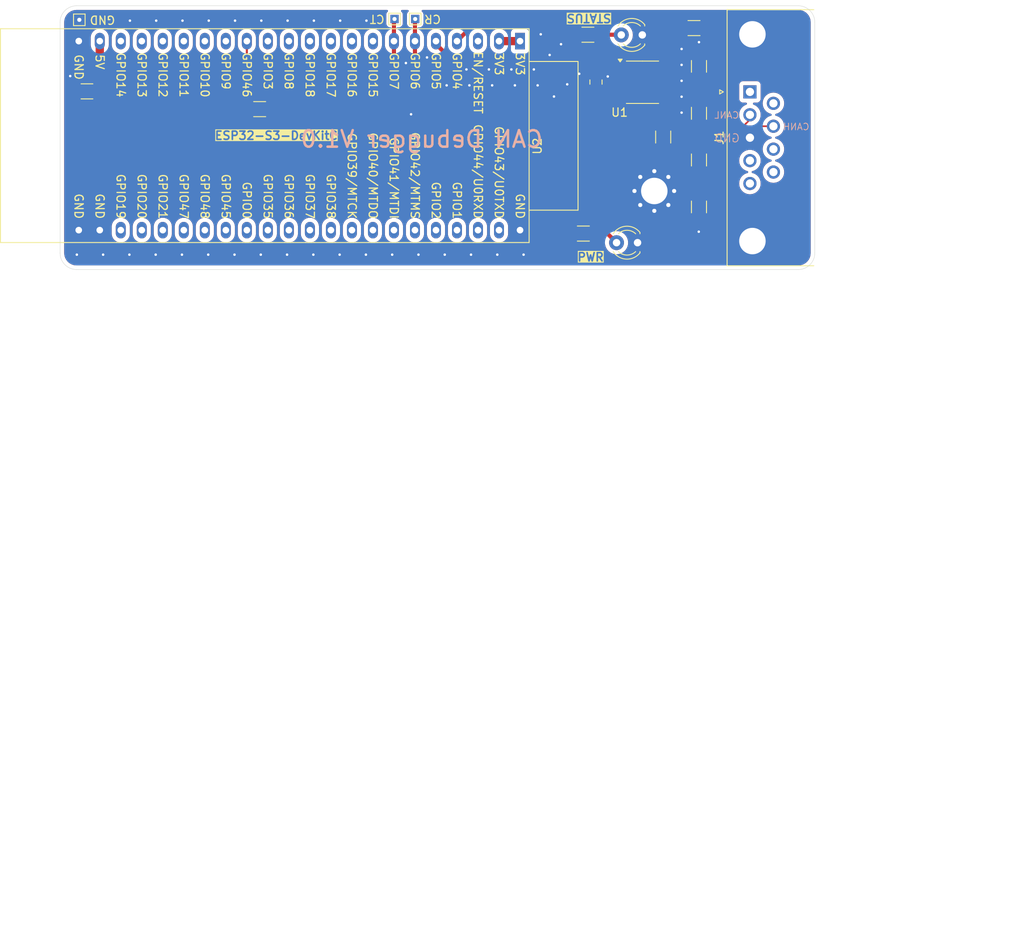
<source format=kicad_pcb>
(kicad_pcb (version 20241229) (generator "pcbnew") (generator_version "9.0")
  (title_block (title "CAN-DAQ PCB") (date "2024-12-23") (rev "1.0") (company "Vellore Institute of Technology"))
  (layers (0 "F.Cu" signal) (2 "B.Cu" signal) (13 "F.Paste" user) (15 "B.Paste" user) (5 "F.SilkS" user "F.Silkscreen") (7 "B.SilkS" user "B.Silkscreen") (1 "F.Mask" user) (3 "B.Mask" user) (25 "Edge.Cuts" user))
  (net 0 "")
  (net 1 "GND")
  (net 2 "+5V")
  (net 3 "Net-(C2-Pad1)")
  (net 4 "Net-(C3-Pad1)")
  (net 5 "/PWR_LED")
  (net 6 "/STATUS_LED")
  (net 9 "CAN+")
  (net 14 "CAN-")
  (net 15 "STATUS")
  (net 16 "Net-(U2-GPIO46)")
  (net 17 "STBY")
  (net 18 "CAN-RX")
  (net 20 "CAN-TX")
  (net 25 "unconnected-(U2-GPIO15{slash}ADC2_CH4{slash}32K_P-Pad8)")
  (net 31 "+3.3V")
  (footprint "Resistor_SMD:R_1206_3216Metric_Pad1.30x1.75mm_HandSolder" (layer "F.Cu") (at 110.915 49.87 90)
    (property "Reference" "R5" (hide yes))
    (property "Value" "120R")
    (fp_line (start -0.727064 -0.91) (end 0.727064 -0.91) (stroke (width 0.12)) (layer "F.SilkS"))
    (fp_line (start -0.727064 0.91) (end 0.727064 0.91) (stroke (width 0.12)) (layer "F.SilkS"))
    (pad "1" smd roundrect (at -1.55 0 90) (size 1.3 1.75) (layers "F.Cu" "F.Mask" "F.Paste") (roundrect_rratio 0.192308) (net 9 "CAN+"))
    (pad "2" smd roundrect (at 1.55 0 90) (size 1.3 1.75) (layers "F.Cu" "F.Mask" "F.Paste") (roundrect_rratio 0.192308) (net 14 "CAN-"))
  )
  (footprint "LED_THT:LED_D3.0mm" (layer "F.Cu") (at 108.39 37.52 180)
    (property "Reference" "D2" (hide yes))
    (property "Value" "STATUS" (at 6.45 2.025 180) (layer "F.SilkS" knockout) (effects (font (thickness 0.2) (bold yes))))
    (fp_line (start -0.29 1.08) (end -0.29 1.236) (stroke (width 0.12)) (layer "F.SilkS"))
    (fp_line (start -0.29 -1.236) (end -0.29 -1.08) (stroke (width 0.12)) (layer "F.SilkS"))
    (fp_arc (start 2.942335 1.078608) (mid 1.366487 1.987659) (end -0.29 1.235516) (stroke (width 0.12)) (layer "F.SilkS"))
    (fp_arc (start 2.31113 1.079837) (mid 1.270117 1.5) (end 0.229039 1.08) (stroke (width 0.12)) (layer "F.SilkS"))
    (fp_arc (start 0.229039 -1.08) (mid 1.270117 -1.5) (end 2.31113 -1.079837) (stroke (width 0.12)) (layer "F.SilkS"))
    (fp_arc (start -0.29 -1.235516) (mid 1.366487 -1.987659) (end 2.942335 -1.078608) (stroke (width 0.12)) (layer "F.SilkS"))
    (pad "1" thru_hole rect (at 0 0 180) (size 1.8 1.8) (drill 0.9) (layers "*.Cu" "*.Mask") (net 1 "GND"))
    (pad "2" thru_hole circle (at 2.54 0 180) (size 1.8 1.8) (drill 0.9) (layers "*.Cu" "*.Mask") (net 6 "/STATUS_LED"))
  )
  (footprint "Resistor_SMD:R_1206_3216Metric_Pad1.30x1.75mm_HandSolder" (layer "F.Cu") (at 101.815 37.495)
    (property "Reference" "R2" (hide yes))
    (property "Value" "220R")
    (fp_line (start -0.727064 -0.91) (end 0.727064 -0.91) (stroke (width 0.12)) (layer "F.SilkS"))
    (fp_line (start -0.727064 0.91) (end 0.727064 0.91) (stroke (width 0.12)) (layer "F.SilkS"))
    (pad "1" smd roundrect (at -1.55 0) (size 1.3 1.75) (layers "F.Cu" "F.Mask" "F.Paste") (roundrect_rratio 0.192308) (net 15 "STATUS"))
    (pad "2" smd roundrect (at 1.55 0) (size 1.3 1.75) (layers "F.Cu" "F.Mask" "F.Paste") (roundrect_rratio 0.192308) (net 6 "/STATUS_LED"))
  )
  (footprint "Resistor_SMD:R_1206_3216Metric_Pad1.30x1.75mm_HandSolder" (layer "F.Cu") (at 101.265 61.545)
    (property "Reference" "R1" (hide yes))
    (property "Value" "470R")
    (fp_line (start -0.727064 -0.91) (end 0.727064 -0.91) (stroke (width 0.12)) (layer "F.SilkS"))
    (fp_line (start -0.727064 0.91) (end 0.727064 0.91) (stroke (width 0.12)) (layer "F.SilkS"))
    (pad "1" smd roundrect (at -1.55 0) (size 1.3 1.75) (layers "F.Cu" "F.Mask" "F.Paste") (roundrect_rratio 0.192308) (net 2 "+5V"))
    (pad "2" smd roundrect (at 1.55 0) (size 1.3 1.75) (layers "F.Cu" "F.Mask" "F.Paste") (roundrect_rratio 0.192308) (net 5 "/PWR_LED"))
  )
  (footprint "Capacitor_SMD:C_1206_3216Metric_Pad1.33x1.80mm_HandSolder" (layer "F.Cu") (at 115.24 41.321668 90)
    (property "Reference" "C2" (hide yes))
    (property "Value" "50pF")
    (fp_line (start -0.711252 -0.91) (end 0.711252 -0.91) (stroke (width 0.12)) (layer "F.SilkS"))
    (fp_line (start -0.711252 0.91) (end 0.711252 0.91) (stroke (width 0.12)) (layer "F.SilkS"))
    (pad "1" smd roundrect (at -1.5625 0 90) (size 1.325 1.8) (layers "F.Cu" "F.Mask" "F.Paste") (roundrect_rratio 0.188679) (net 3 "Net-(C2-Pad1)"))
    (pad "2" smd roundrect (at 1.5625 0 90) (size 1.325 1.8) (layers "F.Cu" "F.Mask" "F.Paste") (roundrect_rratio 0.188679) (net 1 "GND"))
  )
  (footprint "TestPoint:TestPoint_THTPad_1.0x1.0mm_Drill0.5mm" (layer "F.Cu") (at 40.34 35.695)
    (property "Reference" "TP3" (hide yes))
    (property "Value" "GND" (at 2.8 0 180) (layer "F.SilkS"))
    (fp_line (start -0.7 -0.7) (end 0.7 -0.7) (stroke (width 0.12)) (layer "F.SilkS"))
    (fp_line (start -0.7 0.7) (end -0.7 -0.7) (stroke (width 0.12)) (layer "F.SilkS"))
    (fp_line (start 0.7 -0.7) (end 0.7 0.7) (stroke (width 0.12)) (layer "F.SilkS"))
    (fp_line (start 0.7 0.7) (end -0.7 0.7) (stroke (width 0.12)) (layer "F.SilkS"))
    (pad "1" thru_hole rect (at 0 0) (size 1 1) (drill 0.5) (layers "*.Cu" "*.Mask") (net 1 "GND"))
  )
  (footprint "Resistor_SMD:R_1206_3216Metric_Pad1.30x1.75mm_HandSolder" (layer "F.Cu") (at 115.24 52.645 -90)
    (property "Reference" "R4" (hide yes))
    (property "Value" "100R")
    (fp_line (start -0.727064 0.91) (end 0.727064 0.91) (stroke (width 0.12)) (layer "F.SilkS"))
    (fp_line (start -0.727064 -0.91) (end 0.727064 -0.91) (stroke (width 0.12)) (layer "F.SilkS"))
    (pad "1" smd roundrect (at -1.55 0 270) (size 1.3 1.75) (layers "F.Cu" "F.Mask" "F.Paste") (roundrect_rratio 0.192308) (net 9 "CAN+"))
    (pad "2" smd roundrect (at 1.55 0 270) (size 1.3 1.75) (layers "F.Cu" "F.Mask" "F.Paste") (roundrect_rratio 0.192308) (net 4 "Net-(C3-Pad1)"))
  )
  (footprint "Connector_Dsub:DSUB-9_Female_Horizontal_P2.77x2.84mm_EdgePinOffset4.94mm_Housed_MountingHolesOffset7.48mm" (layer "F.Cu") (at 121.4 44.41 90)
    (property "Reference" "J1" (at -5.54 -3.7 90) (layer "F.SilkS"))
    (property "Value" "CAN")
    (fp_line (start 0.25 -3.654338) (end 0 -3.221325) (stroke (width 0.12)) (layer "F.SilkS"))
    (fp_line (start -0.25 -3.654338) (end 0.25 -3.654338) (stroke (width 0.12)) (layer "F.SilkS"))
    (fp_line (start 0 -3.221325) (end -0.25 -3.654338) (stroke (width 0.12)) (layer "F.SilkS"))
    (fp_line (start 9.945 -2.76) (end 9.945 7.72) (stroke (width 0.12)) (layer "F.SilkS"))
    (fp_line (start -21.025 -2.76) (end 9.945 -2.76) (stroke (width 0.12)) (layer "F.SilkS"))
    (fp_line (start -21.025 7.72) (end -21.025 -2.76) (stroke (width 0.12)) (layer "F.SilkS"))
    (pad "0" thru_hole circle (at -18.04 0.3 90) (size 4 4) (drill 3.2) (layers "*.Cu" "*.Mask") (net 1 "GND"))
    (pad "0" thru_hole circle (at 6.96 0.3 90) (size 4 4) (drill 3.2) (layers "*.Cu" "*.Mask") (net 1 "GND"))
    (pad "1" thru_hole rect (at 0 0 90) (size 1.6 1.6) (drill 1) (layers "*.Cu" "*.Mask"))
    (pad "2" thru_hole circle (at -2.77 0 90) (size 1.6 1.6) (drill 1) (layers "*.Cu" "*.Mask") (net 14 "CAN-"))
    (pad "3" thru_hole circle (at -5.54 0 90) (size 1.6 1.6) (drill 1) (layers "*.Cu" "*.Mask") (net 1 "GND"))
    (pad "4" thru_hole circle (at -8.31 0 90) (size 1.6 1.6) (drill 1) (layers "*.Cu" "*.Mask"))
    (pad "5" thru_hole circle (at -11.08 0 90) (size 1.6 1.6) (drill 1) (layers "*.Cu" "*.Mask"))
    (pad "6" thru_hole circle (at -1.385 2.84 90) (size 1.6 1.6) (drill 1) (layers "*.Cu" "*.Mask"))
    (pad "7" thru_hole circle (at -4.155 2.84 90) (size 1.6 1.6) (drill 1) (layers "*.Cu" "*.Mask") (net 9 "CAN+"))
    (pad "8" thru_hole circle (at -6.925 2.84 90) (size 1.6 1.6) (drill 1) (layers "*.Cu" "*.Mask"))
    (pad "9" thru_hole circle (at -9.695 2.84 90) (size 1.6 1.6) (drill 1) (layers "*.Cu" "*.Mask"))
  )
  (footprint "TestPoint:TestPoint_THTPad_1.0x1.0mm_Drill0.5mm" (layer "F.Cu") (at 80.94 35.595)
    (property "Reference" "TP1" (hide yes))
    (property "Value" "CR" (at 2.1 0 180) (layer "F.SilkS"))
    (fp_line (start -0.7 -0.7) (end 0.7 -0.7) (stroke (width 0.12)) (layer "F.SilkS"))
    (fp_line (start -0.7 0.7) (end -0.7 -0.7) (stroke (width 0.12)) (layer "F.SilkS"))
    (fp_line (start 0.7 -0.7) (end 0.7 0.7) (stroke (width 0.12)) (layer "F.SilkS"))
    (fp_line (start 0.7 0.7) (end -0.7 0.7) (stroke (width 0.12)) (layer "F.SilkS"))
    (pad "1" thru_hole rect (at 0 0) (size 1 1) (drill 0.5) (layers "*.Cu" "*.Mask") (net 18 "CAN-RX"))
  )
  (footprint "LED_THT:LED_D3.0mm" (layer "F.Cu") (at 107.815 62.645 180)
    (property "Reference" "D1" (hide yes))
    (property "Value" "PWR" (at 5.675 -1.75 0) (layer "F.SilkS" knockout) (effects (font (thickness 0.2) (bold yes))))
    (fp_line (start -0.29 1.08) (end -0.29 1.236) (stroke (width 0.12)) (layer "F.SilkS"))
    (fp_line (start -0.29 -1.236) (end -0.29 -1.08) (stroke (width 0.12)) (layer "F.SilkS"))
    (fp_arc (start 2.942335 1.078608) (mid 1.366487 1.987659) (end -0.29 1.235516) (stroke (width 0.12)) (layer "F.SilkS"))
    (fp_arc (start 2.31113 1.079837) (mid 1.270117 1.5) (end 0.229039 1.08) (stroke (width 0.12)) (layer "F.SilkS"))
    (fp_arc (start 0.229039 -1.08) (mid 1.270117 -1.5) (end 2.31113 -1.079837) (stroke (width 0.12)) (layer "F.SilkS"))
    (fp_arc (start -0.29 -1.235516) (mid 1.366487 -1.987659) (end 2.942335 -1.078608) (stroke (width 0.12)) (layer "F.SilkS"))
    (pad "1" thru_hole rect (at 0 0 180) (size 1.8 1.8) (drill 0.9) (layers "*.Cu" "*.Mask") (net 1 "GND"))
    (pad "2" thru_hole circle (at 2.54 0 180) (size 1.8 1.8) (drill 0.9) (layers "*.Cu" "*.Mask") (net 5 "/PWR_LED"))
  )
  (footprint "PCM_Espressif:ESP32-S3-DevKitC" (layer "F.Cu") (at 93.61 38.27 -90)
    (property "Reference" "U2" (at 12.7 -2.1 90) (layer "F.SilkS"))
    (property "Value" "ESP32-S3-DevKitC" (at 11.42632 29.46128 0) (layer "F.SilkS" knockout) (effects (font (thickness 0.2) (bold yes))))
    (fp_line (start -1.5 62.79728) (end 24.359999 62.79728) (stroke (width 0.12)) (layer "F.SilkS"))
    (fp_line (start 24.359999 62.79728) (end 24.36 -1.1) (stroke (width 0.12)) (layer "F.SilkS"))
    (fp_line (start -1.499999 -1.1) (end -1.5 62.79728) (stroke (width 0.12)) (layer "F.SilkS"))
    (fp_line (start 24.36 -1.1) (end -1.499999 -1.1) (stroke (width 0.12)) (layer "F.SilkS"))
    (fp_line (start 2.46012 -1.12032) (end 2.46012 -7.01312) (stroke (width 0.12)) (layer "F.SilkS"))
    (fp_line (start 2.46012 -7.01312) (end 20.44332 -7.01312) (stroke (width 0.12)) (layer "F.SilkS"))
    (fp_line (start 20.44332 -7.01312) (end 20.44332 -1.12032) (stroke (width 0.12)) (layer "F.SilkS"))
    (fp_text user "GPIO48" (at 21.59 38.1 270) (layer "F.SilkS") (effects (justify right)))
    (fp_text user "GPIO16" (at 1.27 20.32 270) (layer "F.SilkS") (effects (justify left)))
    (fp_text user "GPIO0" (at 21.59 33.02 270) (layer "F.SilkS") (effects (justify right)))
    (fp_text user "3V3" (at 1.27 2.54 270) (layer "F.SilkS") (effects (justify left)))
    (fp_text user "GPIO9" (at 1.27 35.56 270) (layer "F.SilkS") (effects (justify left)))
    (fp_text user "GPIO6" (at 1.27 12.7 270) (layer "F.SilkS") (effects (justify left)))
    (fp_text user "GPIO13" (at 1.27 45.72 270) (layer "F.SilkS") (effects (justify left)))
    (fp_text user "GPIO8" (at 1.27 27.94 270) (layer "F.SilkS") (effects (justify left)))
    (fp_text user "GPIO15" (at 1.27 17.78 270) (layer "F.SilkS") (effects (justify left)))
    (fp_text user "GND" (at 21.59 0 270) (layer "F.SilkS") (effects (justify right)))
    (fp_text user "GPIO14" (at 1.27 48.26 270) (layer "F.SilkS") (effects (justify left)))
    (fp_text user "GPIO11" (at 1.27 40.64 270) (layer "F.SilkS") (effects (justify left)))
    (fp_text user "GPIO7" (at 1.27 15.24 270) (layer "F.SilkS") (effects (justify left)))
    (fp_text user "GPIO44/U0RXD" (at 21.59 5.08 270) (layer "F.SilkS") (effects (justify right)))
    (fp_text user "GPIO36" (at 21.59 27.94 270) (layer "F.SilkS") (effects (justify right)))
    (fp_text user "GND" (at 21.59 53.34 270) (layer "F.SilkS") (effects (justify right)))
    (fp_text user "GND" (at 21.59 50.8 270) (layer "F.SilkS") (effects (justify right)))
    (fp_text user "3V3" (at 1.27 0 270) (layer "F.SilkS") (effects (justify left)))
    (fp_text user "GPIO19" (at 21.59 48.26 270) (layer "F.SilkS") (effects (justify right)))
    (fp_text user "EN/RESET" (at 8.88632 5.07728 270) (layer "F.SilkS") (effects (justify right)))
    (fp_text user "GPIO45" (at 21.59 35.56 270) (layer "F.SilkS") (effects (justify right)))
    (fp_text user "GPIO4" (at 1.27 7.62 270) (layer "F.SilkS") (effects (justify left)))
    (fp_text user "GPIO42/MTMS" (at 21.59 12.7 270) (layer "F.SilkS") (effects (justify right)))
    (fp_text user "GPIO35" (at 21.59 30.48 270) (layer "F.SilkS") (effects (justify right)))
    (fp_text user "GPIO12" (at 1.27 43.18 270) (layer "F.SilkS") (effects (justify left)))
    (fp_text user "GPIO43/U0TXD" (at 21.59 2.54 270) (layer "F.SilkS") (effects (justify right)))
    (fp_text user "GPIO40/MTDO" (at 21.59 17.78 270) (layer "F.SilkS") (effects (justify right)))
    (fp_text user "GPIO17" (at 1.27 22.86 270) (layer "F.SilkS") (effects (justify left)))
    (fp_text user "GPIO37" (at 21.59 25.4 270) (layer "F.SilkS") (effects (justify right)))
    (fp_text user "GPIO47" (at 21.59 40.64 270) (layer "F.SilkS") (effects (justify right)))
    (fp_text user "GPIO2" (at 21.59 10.16 270) (layer "F.SilkS") (effects (justify right)))
    (fp_text user "GPIO38" (at 21.59 22.86 270) (layer "F.SilkS") (effects (justify right)))
    (fp_text user "GPIO18" (at 1.27 25.4 270) (layer "F.SilkS") (effects (justify left)))
    (fp_text user "GPIO5" (at 1.27 10.16 270) (layer "F.SilkS") (effects (justify left)))
    (fp_text user "GPIO1" (at 21.59 7.62 270) (layer "F.SilkS") (effects (justify right)))
    (fp_text user "GPIO39/MTCK" (at 21.59 20.32 270) (layer "F.SilkS") (effects (justify right)))
    (fp_text user "GPIO46" (at 1.27 33.02 270) (layer "F.SilkS") (effects (justify left)))
    (fp_text user "GPIO41/MTDI" (at 21.59 15.24 270) (layer "F.SilkS") (effects (justify right)))
    (fp_text user "GPIO21" (at 21.59 43.18 270) (layer "F.SilkS") (effects (justify right)))
    (fp_text user "5V" (at 1.52032 50.79728 270) (layer "F.SilkS") (effects (justify left)))
    (fp_text user "GPIO3" (at 1.27 30.48 270) (layer "F.SilkS") (effects (justify left)))
    (fp_text user "GND" (at 1.52032 53.33728 270) (layer "F.SilkS") (effects (justify left)))
    (fp_text user "GPIO10" (at 1.27 38.1 270) (layer "F.SilkS") (effects (justify left)))
    (fp_text user "GPIO20" (at 21.59 45.72 270) (layer "F.SilkS") (effects (justify right)))
    (pad "1" thru_hole rect (at 0 0 180) (size 1.2 2) (drill 0.8) (layers "*.Cu" "*.Mask") (net 31 "+3.3V"))
    (pad "2" thru_hole oval (at 0 2.54 180) (size 1.2 2) (drill 0.8) (layers "*.Cu" "*.Mask") (net 31 "+3.3V"))
    (pad "3" thru_hole oval (at 0 5.08 180) (size 1.2 2) (drill 0.8) (layers "*.Cu" "*.Mask"))
    (pad "4" thru_hole oval (at 0 7.62 180) (size 1.2 2) (drill 0.8) (layers "*.Cu" "*.Mask") (net 17 "STBY"))
    (pad "5" thru_hole oval (at 0 10.16 180) (size 1.2 2) (drill 0.8) (layers "*.Cu" "*.Mask") (net 15 "STATUS"))
    (pad "6" thru_hole oval (at 0 12.7 180) (size 1.2 2) (drill 0.8) (layers "*.Cu" "*.Mask") (net 18 "CAN-RX"))
    (pad "7" thru_hole oval (at 0 15.24 180) (size 1.2 2) (drill 0.8) (layers "*.Cu" "*.Mask") (net 20 "CAN-TX"))
    (pad "8" thru_hole oval (at 0 17.78 180) (size 1.2 2) (drill 0.8) (layers "*.Cu" "*.Mask") (net 25 "unconnected-(U2-GPIO15{slash}ADC2_CH4{slash}32K_P-Pad8)"))
    (pad "9" thru_hole oval (at 0 20.32 180) (size 1.2 2) (drill 0.8) (layers "*.Cu" "*.Mask"))
    (pad "10" thru_hole oval (at 0 22.86 180) (size 1.2 2) (drill 0.8) (layers "*.Cu" "*.Mask"))
    (pad "11" thru_hole oval (at 0 25.4 180) (size 1.2 2) (drill 0.8) (layers "*.Cu" "*.Mask"))
    (pad "12" thru_hole oval (at 0 27.94 180) (size 1.2 2) (drill 0.8) (layers "*.Cu" "*.Mask"))
    (pad "13" thru_hole oval (at 0 30.48 180) (size 1.2 2) (drill 0.8) (layers "*.Cu" "*.Mask"))
    (pad "14" thru_hole oval (at 0 33.02 180) (size 1.2 2) (drill 0.8) (layers "*.Cu" "*.Mask") (net 16 "Net-(U2-GPIO46)"))
    (pad "15" thru_hole oval (at 0 35.56 180) (size 1.2 2) (drill 0.8) (layers "*.Cu" "*.Mask"))
    (pad "16" thru_hole oval (at 0 38.1 180) (size 1.2 2) (drill 0.8) (layers "*.Cu" "*.Mask"))
    (pad "17" thru_hole oval (at 0 40.64 180) (size 1.2 2) (drill 0.8) (layers "*.Cu" "*.Mask"))
    (pad "18" thru_hole oval (at 0 43.18 180) (size 1.2 2) (drill 0.8) (layers "*.Cu" "*.Mask"))
    (pad "19" thru_hole oval (at 0 45.72 180) (size 1.2 2) (drill 0.8) (layers "*.Cu" "*.Mask"))
    (pad "20" thru_hole oval (at -0.00368 48.25728 180) (size 1.2 2) (drill 0.8) (layers "*.Cu" "*.Mask"))
    (pad "21" thru_hole oval (at -0.00368 50.79728 180) (size 1.2 2) (drill 0.8) (layers "*.Cu" "*.Mask") (net 2 "+5V"))
    (pad "22" thru_hole oval (at -0.00368 53.33728 180) (size 1.2 2) (drill 0.8) (layers "*.Cu" "*.Mask") (net 1 "GND"))
    (pad "23" thru_hole oval (at 22.86 53.34 180) (size 1.2 2) (drill 0.8) (layers "*.Cu" "*.Mask") (net 1 "GND"))
    (pad "24" thru_hole oval (at 22.86 50.8 180) (size 1.2 2) (drill 0.8) (layers "*.Cu" "*.Mask") (net 1 "GND"))
    (pad "25" thru_hole oval (at 22.86 48.26 180) (size 1.2 2) (drill 0.8) (layers "*.Cu" "*.Mask"))
    (pad "26" thru_hole oval (at 22.86 45.72 180) (size 1.2 2) (drill 0.8) (layers "*.Cu" "*.Mask"))
    (pad "27" thru_hole oval (at 22.86 43.18 180) (size 1.2 2) (drill 0.8) (layers "*.Cu" "*.Mask"))
    (pad "28" thru_hole oval (at 22.86 40.64 180) (size 1.2 2) (drill 0.8) (layers "*.Cu" "*.Mask"))
    (pad "29" thru_hole oval (at 22.86 38.1 180) (size 1.2 2) (drill 0.8) (layers "*.Cu" "*.Mask"))
    (pad "30" thru_hole oval (at 22.86 35.56 180) (size 1.2 2) (drill 0.8) (layers "*.Cu" "*.Mask"))
    (pad "31" thru_hole oval (at 22.86 33.02 180) (size 1.2 2) (drill 0.8) (layers "*.Cu" "*.Mask"))
    (pad "32" thru_hole oval (at 22.86 30.48 180) (size 1.2 2) (drill 0.8) (layers "*.Cu" "*.Mask"))
    (pad "33" thru_hole oval (at 22.86 27.94 180) (size 1.2 2) (drill 0.8) (layers "*.Cu" "*.Mask"))
    (pad "34" thru_hole oval (at 22.86 25.4 180) (size 1.2 2) (drill 0.8) (layers "*.Cu" "*.Mask"))
    (pad "35" thru_hole oval (at 22.86 22.86 180) (size 1.2 2) (drill 0.8) (layers "*.Cu" "*.Mask"))
    (pad "36" thru_hole oval (at 22.86 20.32 180) (size 1.2 2) (drill 0.8) (layers "*.Cu" "*.Mask"))
    (pad "37" thru_hole oval (at 22.86 17.78 180) (size 1.2 2) (drill 0.8) (layers "*.Cu" "*.Mask"))
    (pad "38" thru_hole oval (at 22.86 15.24 180) (size 1.2 2) (drill 0.8) (layers "*.Cu" "*.Mask"))
    (pad "39" thru_hole oval (at 22.86 12.7 180) (size 1.2 2) (drill 0.8) (layers "*.Cu" "*.Mask"))
    (pad "40" thru_hole oval (at 22.86 10.16 180) (size 1.2 2) (drill 0.8) (layers "*.Cu" "*.Mask"))
    (pad "41" thru_hole oval (at 22.86 7.62 180) (size 1.2 2) (drill 0.8) (layers "*.Cu" "*.Mask"))
    (pad "42" thru_hole oval (at 22.86 5.08 180) (size 1.2 2) (drill 0.8) (layers "*.Cu" "*.Mask"))
    (pad "43" thru_hole oval (at 22.86 2.54 180) (size 1.2 2) (drill 0.8) (layers "*.Cu" "*.Mask"))
    (pad "44" thru_hole oval (at 22.86 0 180) (size 1.2 2) (drill 0.8) (layers "*.Cu" "*.Mask") (net 1 "GND"))
  )
  (footprint "MountingHole:MountingHole_3.2mm_M3_Pad_Via" (layer "F.Cu") (at 109.84 56.395)
    (property "Reference" "H1" (hide yes))
    (property "Value" "MountingHole_Pad")
    (pad "1" thru_hole circle (at -2.4 0) (size 0.8 0.8) (drill 0.5) (layers "*.Cu" "*.Mask") (net 1 "GND"))
    (pad "1" thru_hole circle (at -1.697056 -1.697056) (size 0.8 0.8) (drill 0.5) (layers "*.Cu" "*.Mask") (net 1 "GND"))
    (pad "1" thru_hole circle (at -1.697056 1.697056) (size 0.8 0.8) (drill 0.5) (layers "*.Cu" "*.Mask") (net 1 "GND"))
    (pad "1" thru_hole circle (at 0 -2.4) (size 0.8 0.8) (drill 0.5) (layers "*.Cu" "*.Mask") (net 1 "GND"))
    (pad "1" thru_hole circle (at 0 0) (size 6.4 6.4) (drill 3.2) (layers "*.Cu" "*.Mask") (net 1 "GND"))
    (pad "1" thru_hole circle (at 0 2.4) (size 0.8 0.8) (drill 0.5) (layers "*.Cu" "*.Mask") (net 1 "GND"))
    (pad "1" thru_hole circle (at 1.697056 -1.697056) (size 0.8 0.8) (drill 0.5) (layers "*.Cu" "*.Mask") (net 1 "GND"))
    (pad "1" thru_hole circle (at 1.697056 1.697056) (size 0.8 0.8) (drill 0.5) (layers "*.Cu" "*.Mask") (net 1 "GND"))
    (pad "1" thru_hole circle (at 2.4 0) (size 0.8 0.8) (drill 0.5) (layers "*.Cu" "*.Mask") (net 1 "GND"))
  )
  (footprint "Resistor_SMD:R_1206_3216Metric_Pad1.30x1.75mm_HandSolder" (layer "F.Cu") (at 114.64 36.695)
    (property "Reference" "R7" (hide yes))
    (property "Value" "10k")
    (fp_line (start -0.727064 -0.91) (end 0.727064 -0.91) (stroke (width 0.12)) (layer "F.SilkS"))
    (fp_line (start -0.727064 0.91) (end 0.727064 0.91) (stroke (width 0.12)) (layer "F.SilkS"))
    (pad "1" smd roundrect (at -1.55 0) (size 1.3 1.75) (layers "F.Cu" "F.Mask" "F.Paste") (roundrect_rratio 0.192308) (net 17 "STBY"))
    (pad "2" smd roundrect (at 1.55 0) (size 1.3 1.75) (layers "F.Cu" "F.Mask" "F.Paste") (roundrect_rratio 0.192308) (net 1 "GND"))
  )
  (footprint "Capacitor_SMD:C_0805_2012Metric_Pad1.18x1.45mm_HandSolder" (layer "F.Cu") (at 102.79 43.22 90)
    (property "Reference" "C1" (hide yes))
    (property "Value" "100nF")
    (fp_line (start -0.261252 -0.735) (end 0.261252 -0.735) (stroke (width 0.12)) (layer "F.SilkS"))
    (fp_line (start -0.261252 0.735) (end 0.261252 0.735) (stroke (width 0.12)) (layer "F.SilkS"))
    (pad "1" smd roundrect (at -1.0375 0 90) (size 1.175 1.45) (layers "F.Cu" "F.Mask" "F.Paste") (roundrect_rratio 0.212766) (net 2 "+5V"))
    (pad "2" smd roundrect (at 1.0375 0 90) (size 1.175 1.45) (layers "F.Cu" "F.Mask" "F.Paste") (roundrect_rratio 0.212766) (net 1 "GND"))
  )
  (footprint "Capacitor_SMD:C_1206_3216Metric_Pad1.33x1.80mm_HandSolder" (layer "F.Cu") (at 41.265 44.345 180)
    (property "Reference" "C4" (hide yes))
    (property "Value" "10 uF")
    (fp_line (start -0.711252 0.91) (end 0.711252 0.91) (stroke (width 0.12)) (layer "F.SilkS"))
    (fp_line (start -0.711252 -0.91) (end 0.711252 -0.91) (stroke (width 0.12)) (layer "F.SilkS"))
    (pad "1" smd roundrect (at -1.5625 0 180) (size 1.325 1.8) (layers "F.Cu" "F.Mask" "F.Paste") (roundrect_rratio 0.188679) (net 2 "+5V"))
    (pad "2" smd roundrect (at 1.5625 0 180) (size 1.325 1.8) (layers "F.Cu" "F.Mask" "F.Paste") (roundrect_rratio 0.188679) (net 1 "GND"))
  )
  (footprint "Package_SO:SOIC-8_3.9x4.9mm_P1.27mm" (layer "F.Cu") (at 108.415 43.245)
    (property "Reference" "U1" (at -2.775 3.65 0) (layer "F.SilkS"))
    (property "Value" "MCP2561-E-SN")
    (fp_line (start 0 -2.56) (end -1.95 -2.56) (stroke (width 0.12)) (layer "F.SilkS"))
    (fp_line (start 0 -2.56) (end 1.95 -2.56) (stroke (width 0.12)) (layer "F.SilkS"))
    (fp_line (start 0 2.56) (end -1.95 2.56) (stroke (width 0.12)) (layer "F.SilkS"))
    (fp_line (start 0 2.56) (end 1.95 2.56) (stroke (width 0.12)) (layer "F.SilkS"))
    (fp_poly (pts (xy -2.7 -2.465) (xy -2.94 -2.795) (xy -2.46 -2.795) (xy -2.7 -2.465)) (stroke (width 0.12)) (fill yes) (layer "F.SilkS"))
    (pad "1" smd roundrect (at -2.475 -1.905) (size 1.95 0.6) (layers "F.Cu" "F.Mask" "F.Paste") (net 20 "CAN-TX"))
    (pad "2" smd roundrect (at -2.475 -0.635) (size 1.95 0.6) (layers "F.Cu" "F.Mask" "F.Paste") (net 1 "GND"))
    (pad "3" smd roundrect (at -2.475 0.635) (size 1.95 0.6) (layers "F.Cu" "F.Mask" "F.Paste") (net 2 "+5V"))
    (pad "4" smd roundrect (at -2.475 1.905) (size 1.95 0.6) (layers "F.Cu" "F.Mask" "F.Paste") (net 18 "CAN-RX"))
    (pad "5" smd roundrect (at 2.475 1.905) (size 1.95 0.6) (layers "F.Cu" "F.Mask" "F.Paste"))
    (pad "6" smd roundrect (at 2.475 0.635) (size 1.95 0.6) (layers "F.Cu" "F.Mask" "F.Paste") (net 14 "CAN-"))
    (pad "7" smd roundrect (at 2.475 -0.635) (size 1.95 0.6) (layers "F.Cu" "F.Mask" "F.Paste") (net 9 "CAN+"))
    (pad "8" smd roundrect (at 2.475 -1.905) (size 1.95 0.6) (layers "F.Cu" "F.Mask" "F.Paste") (net 17 "STBY"))
  )
  (footprint "Capacitor_SMD:C_1206_3216Metric_Pad1.33x1.80mm_HandSolder" (layer "F.Cu") (at 115.24 58.321668 -90)
    (property "Reference" "C3" (hide yes))
    (property "Value" "50pF")
    (fp_line (start -0.711252 0.91) (end 0.711252 0.91) (stroke (width 0.12)) (layer "F.SilkS"))
    (fp_line (start -0.711252 -0.91) (end 0.711252 -0.91) (stroke (width 0.12)) (layer "F.SilkS"))
    (pad "1" smd roundrect (at -1.5625 0 270) (size 1.325 1.8) (layers "F.Cu" "F.Mask" "F.Paste") (roundrect_rratio 0.188679) (net 4 "Net-(C3-Pad1)"))
    (pad "2" smd roundrect (at 1.5625 0 270) (size 1.325 1.8) (layers "F.Cu" "F.Mask" "F.Paste") (roundrect_rratio 0.188679) (net 1 "GND"))
  )
  (footprint "TestPoint:TestPoint_THTPad_1.0x1.0mm_Drill0.5mm" (layer "F.Cu") (at 78.44 35.595)
    (property "Reference" "TP2" (hide yes))
    (property "Value" "CT" (at -2.1 0 180) (layer "F.SilkS"))
    (fp_line (start -0.7 -0.7) (end 0.7 -0.7) (stroke (width 0.12)) (layer "F.SilkS"))
    (fp_line (start -0.7 0.7) (end -0.7 -0.7) (stroke (width 0.12)) (layer "F.SilkS"))
    (fp_line (start 0.7 -0.7) (end 0.7 0.7) (stroke (width 0.12)) (layer "F.SilkS"))
    (fp_line (start 0.7 0.7) (end -0.7 0.7) (stroke (width 0.12)) (layer "F.SilkS"))
    (pad "1" thru_hole rect (at 0 0) (size 1 1) (drill 0.5) (layers "*.Cu" "*.Mask") (net 20 "CAN-TX"))
  )
  (footprint "Resistor_SMD:R_1206_3216Metric_Pad1.30x1.75mm_HandSolder" (layer "F.Cu") (at 62.14 46.495)
    (property "Reference" "R6" (hide yes))
    (property "Value" "10k")
    (fp_line (start -0.727064 -0.91) (end 0.727064 -0.91) (stroke (width 0.12)) (layer "F.SilkS"))
    (fp_line (start -0.727064 0.91) (end 0.727064 0.91) (stroke (width 0.12)) (layer "F.SilkS"))
    (pad "1" smd roundrect (at -1.55 0) (size 1.3 1.75) (layers "F.Cu" "F.Mask" "F.Paste") (roundrect_rratio 0.192308) (net 16 "Net-(U2-GPIO46)"))
    (pad "2" smd roundrect (at 1.55 0) (size 1.3 1.75) (layers "F.Cu" "F.Mask" "F.Paste") (roundrect_rratio 0.192308) (net 2 "+5V"))
  )
  (footprint "Resistor_SMD:R_1206_3216Metric_Pad1.30x1.75mm_HandSolder" (layer "F.Cu") (at 115.24 46.998334 90)
    (property "Reference" "R3" (hide yes))
    (property "Value" "100R")
    (fp_line (start -0.727064 -0.91) (end 0.727064 -0.91) (stroke (width 0.12)) (layer "F.SilkS"))
    (fp_line (start -0.727064 0.91) (end 0.727064 0.91) (stroke (width 0.12)) (layer "F.SilkS"))
    (pad "1" smd roundrect (at -1.55 0 90) (size 1.3 1.75) (layers "F.Cu" "F.Mask" "F.Paste") (roundrect_rratio 0.192308) (net 14 "CAN-"))
    (pad "2" smd roundrect (at 1.55 0 90) (size 1.3 1.75) (layers "F.Cu" "F.Mask" "F.Paste") (roundrect_rratio 0.192308) (net 3 "Net-(C2-Pad1)"))
  )
  (gr_arc (start 38.015 35.995) (mid 38.600786 34.580786) (end 40.015 33.995) (stroke (width 0.05)) (layer "Edge.Cuts"))
  (gr_arc (start 40.015 65.895) (mid 38.600786 65.309214) (end 38.015 63.895) (stroke (width 0.05)) (layer "Edge.Cuts"))
  (gr_line (start 127.24 65.895) (end 40.015 65.895) (stroke (width 0.05)) (layer "Edge.Cuts"))
  (gr_arc (start 129.24 63.895) (mid 128.654214 65.309214) (end 127.24 65.895) (stroke (width 0.05)) (layer "Edge.Cuts"))
  (gr_line (start 40.015 33.995) (end 127.24 33.995) (stroke (width 0.05)) (layer "Edge.Cuts"))
  (gr_line (start 129.24 35.995) (end 129.24 63.895) (stroke (width 0.05)) (layer "Edge.Cuts"))
  (gr_line (start 38.015 63.895) (end 38.015 35.995) (stroke (width 0.05)) (layer "Edge.Cuts"))
  (gr_arc (start 127.24 33.995) (mid 128.654214 34.580786) (end 129.24 35.995) (stroke (width 0.05)) (layer "Edge.Cuts"))
  (gr_text "CANL" (at 120.14 47.695 0) (layer "B.SilkS") (effects (font (size 0.8 0.8) (thickness 0.1)) (justify left bottom mirror)))
  (gr_text "CANH" (at 128.64 49.095 0) (layer "B.SilkS") (effects (font (size 0.8 0.8) (thickness 0.1)) (justify left bottom mirror)))
  (gr_text "GND" (at 120.24 50.595 0) (layer "B.SilkS") (effects (font (size 1 1) (thickness 0.1)) (justify left bottom mirror)))
  (gr_text "CAN Debugger V1.0" (at 96.54 51.295 0) (layer "B.SilkS") (effects (font (size 2 2) (thickness 0.3)) (justify left bottom mirror)))
  (via (at 84.74 43.62) (size 0.6) (drill 0.3) (layers "F.Cu" "B.Cu") (net 1))
  (via (at 52.74588 64.095) (size 0.6) (drill 0.3) (layers "F.Cu" "B.Cu") (net 1))
  (via (at 62.27529 64.095) (size 0.6) (drill 0.3) (layers "F.Cu" "B.Cu") (net 1))
  (via (at 97.19 39.945) (size 0.6) (drill 0.3) (layers "F.Cu" "B.Cu") (net 1))
  (via (at 52.81059 35.795) (size 0.6) (drill 0.3) (layers "F.Cu" "B.Cu") (net 1))
  (via (at 71.86941 35.795) (size 0.6) (drill 0.3) (layers "F.Cu" "B.Cu") (net 1))
  (via (at 80.44 47.12) (size 0.6) (drill 0.3) (layers "F.Cu" "B.Cu") (net 1))
  (via (at 62.34 35.795) (size 0.6) (drill 0.3) (layers "F.Cu" "B.Cu") (net 1))
  (via (at 39.24 42.495) (size 0.6) (drill 0.3) (layers "F.Cu" "B.Cu") (net 1))
  (via (at 65.51647 35.795) (size 0.6) (drill 0.3) (layers "F.Cu" "B.Cu") (net 1))
  (via (at 68.62823 64.095) (size 0.6) (drill 0.3) (layers "F.Cu" "B.Cu") (net 1))
  (via (at 113.14 43.07) (size 0.6) (drill 0.3) (layers "F.Cu" "B.Cu") (net 1))
  (via (at 75.04588 35.795) (size 0.6) (drill 0.3) (layers "F.Cu" "B.Cu") (net 1))
  (via (at 96.115 37.445) (size 0.6) (drill 0.3) (layers "F.Cu" "B.Cu") (net 1))
  (via (at 113.14 39.22) (size 0.6) (drill 0.3) (layers "F.Cu" "B.Cu") (net 1))
  (via (at 104.215 42.545) (size 0.6) (drill 0.3) (layers "F.Cu" "B.Cu") (net 1))
  (via (at 115.24 38.395) (size 0.6) (drill 0.3) (layers "F.Cu" "B.Cu") (net 1))
  (via (at 90.86352 64.095) (size 0.6) (drill 0.3) (layers "F.Cu" "B.Cu") (net 1))
  (via (at 49.56941 64.095) (size 0.6) (drill 0.3) (layers "F.Cu" "B.Cu") (net 1))
  (via (at 113.14 44.995) (size 0.6) (drill 0.3) (layers "F.Cu" "B.Cu") (net 1))
  (via (at 95.281668 41.695) (size 0.6) (drill 0.3) (layers "F.Cu" "B.Cu") (net 1))
  (via (at 43.21647 64.095) (size 0.6) (drill 0.3) (layers "F.Cu" "B.Cu") (net 1))
  (via (at 71.8047 64.095) (size 0.6) (drill 0.3) (layers "F.Cu" "B.Cu") (net 1))
  (via (at 94.04 64.095) (size 0.6) (drill 0.3) (layers "F.Cu" "B.Cu") (net 1))
  (via (at 65.45176 64.095) (size 0.6) (drill 0.3) (layers "F.Cu" "B.Cu") (net 1))
  (via (at 46.39294 64.095) (size 0.6) (drill 0.3) (layers "F.Cu" "B.Cu") (net 1))
  (via (at 81.33411 64.095) (size 0.6) (drill 0.3) (layers "F.Cu" "B.Cu") (net 1))
  (via (at 89.848334 41.695) (size 0.6) (drill 0.3) (layers "F.Cu" "B.Cu") (net 1))
  (via (at 98.565 38.645) (size 0.6) (drill 0.3) (layers "F.Cu" "B.Cu") (net 1))
  (via (at 59.16353 35.795) (size 0.6) (drill 0.3) (layers "F.Cu" "B.Cu") (net 1))
  (via (at 95.74 43.62) (size 0.6) (drill 0.3) (layers "F.Cu" "B.Cu") (net 1))
  (via (at 46.45765 35.795) (size 0.6) (drill 0.3) (layers "F.Cu" "B.Cu") (net 1))
  (via (at 68.69294 35.795) (size 0.6) (drill 0.3) (layers "F.Cu" "B.Cu") (net 1))
  (via (at 87.131668 41.695) (size 0.6) (drill 0.3) (layers "F.Cu" "B.Cu") (net 1))
  (via (at 100.765 42.22) (size 0.6) (drill 0.3) (layers "F.Cu" "B.Cu") (net 1))
  (via (at 92.565 41.695) (size 0.6) (drill 0.3) (layers "F.Cu" "B.Cu") (net 1))
  (via (at 74.98117 64.095) (size 0.6) (drill 0.3) (layers "F.Cu" "B.Cu") (net 1))
  (via (at 55.92235 64.095) (size 0.6) (drill 0.3) (layers "F.Cu" "B.Cu") (net 1))
  (via (at 84.51058 64.095) (size 0.6) (drill 0.3) (layers "F.Cu" "B.Cu") (net 1))
  (via (at 113.14 46.92) (size 0.6) (drill 0.3) (layers "F.Cu" "B.Cu") (net 1))
  (via (at 78.15764 64.095) (size 0.6) (drill 0.3) (layers "F.Cu" "B.Cu") (net 1))
  (via (at 90.24 43.62) (size 0.6) (drill 0.3) (layers "F.Cu" "B.Cu") (net 1))
  (via (at 99.315 43.495) (size 0.6) (drill 0.3) (layers "F.Cu" "B.Cu") (net 1))
  (via (at 97.715 44.97) (size 0.6) (drill 0.3) (layers "F.Cu" "B.Cu") (net 1))
  (via (at 55.98706 35.795) (size 0.6) (drill 0.3) (layers "F.Cu" "B.Cu") (net 1))
  (via (at 49.63412 35.795) (size 0.6) (drill 0.3) (layers "F.Cu" "B.Cu") (net 1))
  (via (at 87.49 43.62) (size 0.6) (drill 0.3) (layers "F.Cu" "B.Cu") (net 1))
  (via (at 59.09882 64.095) (size 0.6) (drill 0.3) (layers "F.Cu" "B.Cu") (net 1))
  (via (at 79.815 40.92) (size 0.6) (drill 0.3) (layers "F.Cu" "B.Cu") (net 1))
  (via (at 40.04 64.095) (size 0.6) (drill 0.3) (layers "F.Cu" "B.Cu") (net 1))
  (via (at 115.215 61.32) (size 0.6) (drill 0.3) (layers "F.Cu" "B.Cu") (net 1))
  (via (at 82.365 40.245) (size 0.6) (drill 0.3) (layers "F.Cu" "B.Cu") (net 1))
  (via (at 87.68705 64.095) (size 0.6) (drill 0.3) (layers "F.Cu" "B.Cu") (net 1))
  (via (at 92.99 43.62) (size 0.6) (drill 0.3) (layers "F.Cu" "B.Cu") (net 1))
  (via (at 113.14 41.145) (size 0.6) (drill 0.3) (layers "F.Cu" "B.Cu") (net 1))
  (segment (start 98.215 51.02) (end 99.715 52.52) (width 1) (layer "F.Cu") (net 2))
  (segment (start 42.8525 45.295) (end 42.8525 48.5825) (width 1) (layer "F.Cu") (net 2))
  (segment (start 101.0275 44.2575) (end 102.79 44.2575) (width 1) (layer "F.Cu") (net 2))
  (segment (start 63.69 46.495) (end 63.69 50.97) (width 1) (layer "F.Cu") (net 2))
  (segment (start 104.43 43.88) (end 104.0525 44.2575) (width 0.5) (layer "F.Cu") (net 2))
  (segment (start 105.94 43.88) (end 104.43 43.88) (width 0.5) (layer "F.Cu") (net 2))
  (segment (start 104.0525 44.2575) (end 102.79 44.2575) (width 0.5) (layer "F.Cu") (net 2))
  (segment (start 99.715 52.52) (end 99.715 61.545) (width 1) (layer "F.Cu") (net 2))
  (segment (start 63.74 51.02) (end 98.215 51.02) (width 1) (layer "F.Cu") (net 2))
  (segment (start 63.69 50.97) (end 63.74 51.02) (width 1) (layer "F.Cu") (net 2))
  (segment (start 42.81272 45.25522) (end 42.8525 45.295) (width 1) (layer "F.Cu") (net 2))
  (segment (start 98.215 51.02) (end 99.54 49.695) (width 1) (layer "F.Cu") (net 2))
  (segment (start 42.81272 38.26632) (end 42.81272 45.25522) (width 1) (layer "F.Cu") (net 2))
  (segment (start 42.8525 48.5825) (end 45.29 51.02) (width 1) (layer "F.Cu") (net 2))
  (segment (start 99.54 49.695) (end 99.54 45.745) (width 1) (layer "F.Cu") (net 2))
  (segment (start 45.29 51.02) (end 63.74 51.02) (width 1) (layer "F.Cu") (net 2))
  (segment (start 99.54 45.745) (end 101.0275 44.2575) (width 1) (layer "F.Cu") (net 2))
  (segment (start 115.24 45.448334) (end 115.24 42.884168) (width 0.5) (layer "F.Cu") (net 3))
  (segment (start 115.24 54.195) (end 115.24 56.759168) (width 0.5) (layer "F.Cu") (net 4))
  (segment (start 104.175 61.545) (end 105.275 62.645) (width 0.5) (layer "F.Cu") (net 5))
  (segment (start 102.815 61.545) (end 104.175 61.545) (width 0.5) (layer "F.Cu") (net 5))
  (segment (start 105.825 37.495) (end 105.85 37.52) (width 0.5) (layer "F.Cu") (net 6))
  (segment (start 103.365 37.495) (end 105.825 37.495) (width 0.5) (layer "F.Cu") (net 6))
  (segment (start 109.805 43.02) (end 110.215 42.61) (width 0.2) (layer "F.Cu") (net 9))
  (segment (start 110.915 51.42) (end 110.915 50.095) (width 0.2) (layer "F.Cu") (net 9))
  (segment (start 119.699365 50.095) (end 115.24 50.095) (width 0.2) (layer "F.Cu") (net 9))
  (segment (start 110.915 50.095) (end 109.9468 50.095) (width 0.2) (layer "F.Cu") (net 9))
  (segment (start 108.465 43.9018) (end 109.3468 43.02) (width 0.2) (layer "F.Cu") (net 9))
  (segment (start 115.24 50.095) (end 110.915 50.095) (width 0.2) (layer "F.Cu") (net 9))
  (segment (start 115.24 51.095) (end 115.24 50.095) (width 0.2) (layer "F.Cu") (net 9))
  (segment (start 108.465 48.6132) (end 108.465 43.9018) (width 0.2) (layer "F.Cu") (net 9))
  (segment (start 109.9468 50.095) (end 108.465 48.6132) (width 0.2) (layer "F.Cu") (net 9))
  (segment (start 110.215 42.61) (end 110.89 42.61) (width 0.2) (layer "F.Cu") (net 9))
  (segment (start 124.24 48.565) (end 121.229365 48.565) (width 0.2) (layer "F.Cu") (net 9))
  (segment (start 109.3468 43.02) (end 109.805 43.02) (width 0.2) (layer "F.Cu") (net 9))
  (segment (start 121.229365 48.565) (end 119.699365 50.095) (width 0.2) (layer "F.Cu") (net 9))
  (segment (start 109.805 43.47) (end 109.5332 43.47) (width 0.2) (layer "F.Cu") (net 14))
  (segment (start 110.1332 49.645) (end 110.915 49.645) (width 0.2) (layer "F.Cu") (net 14))
  (segment (start 119.512997 49.645) (end 120.052847 49.10515) (width 0.2) (layer "F.Cu") (net 14))
  (segment (start 110.215 43.88) (end 109.805 43.47) (width 0.2) (layer "F.Cu") (net 14))
  (segment (start 120.912997 48.245) (end 120.915 48.245) (width 0.2) (layer "F.Cu") (net 14))
  (segment (start 108.915 48.042151) (end 108.915 48.4268) (width 0.2) (layer "F.Cu") (net 14))
  (segment (start 118.959524 49.645) (end 119.512997 49.645) (width 0.2) (layer "F.Cu") (net 14))
  (segment (start 114.293428 49.645) (end 115.24 49.645) (width 0.2) (layer "F.Cu") (net 14))
  (segment (start 114.139584 49.645) (end 114.259584 49.645) (width 0.2) (layer "F.Cu") (net 14))
  (segment (start 113.299584 49.405) (end 113.299584 48.885) (width 0.2) (layer "F.Cu") (net 14))
  (segment (start 118.839524 49.645) (end 118.959524 49.645) (width 0.2) (layer "F.Cu") (net 14))
  (segment (start 113.539584 48.645) (end 113.659584 48.645) (width 0.2) (layer "F.Cu") (net 14))
  (segment (start 108.915 48.4268) (end 110.1332 49.645) (width 0.2) (layer "F.Cu") (net 14))
  (segment (start 117.999524 49.405) (end 117.999524 48.885) (width 0.2) (layer "F.Cu") (net 14))
  (segment (start 120.052847 49.10515) (end 120.912997 48.245) (width 0.2) (layer "F.Cu") (net 14))
  (segment (start 108.915 47.266259) (end 108.915 48.042151) (width 0.2) (layer "F.Cu") (net 14))
  (segment (start 115.24 49.645) (end 117.759524 49.645) (width 0.2) (layer "F.Cu") (net 14))
  (segment (start 110.915 48.32) (end 110.915 49.645) (width 0.2) (layer "F.Cu") (net 14))
  (segment (start 113.899584 48.885) (end 113.899584 49.405) (width 0.2) (layer "F.Cu") (net 14))
  (segment (start 109.5332 43.47) (end 108.915 44.0882) (width 0.2) (layer "F.Cu") (net 14))
  (segment (start 118.239524 48.645) (end 118.359524 48.645) (width 0.2) (layer "F.Cu") (net 14))
  (segment (start 115.24 48.548334) (end 115.24 49.645) (width 0.2) (layer "F.Cu") (net 14))
  (segment (start 108.915 47.090751) (end 108.915 47.266259) (width 0.2) (layer "F.Cu") (net 14))
  (segment (start 110.915 49.645) (end 113.059584 49.645) (width 0.2) (layer "F.Cu") (net 14))
  (segment (start 120.915 48.245) (end 121.4 47.76) (width 0.2) (layer "F.Cu") (net 14))
  (segment (start 110.89 43.88) (end 110.215 43.88) (width 0.2) (layer "F.Cu") (net 14))
  (segment (start 109.339492 46.490751) (end 109.339492 46.666259) (width 0.2) (layer "F.Cu") (net 14))
  (segment (start 114.259584 49.645) (end 114.293428 49.645) (width 0.2) (layer "F.Cu") (net 14))
  (segment (start 118.599524 48.885) (end 118.599524 49.405) (width 0.2) (layer "F.Cu") (net 14))
  (segment (start 121.4 47.76) (end 121.4 47.18) (width 0.2) (layer "F.Cu") (net 14))
  (segment (start 108.915 44.0882) (end 108.915 46.066259) (width 0.2) (layer "F.Cu") (net 14))
  (arc (start 109.127246 46.278505) (mid 109.277327 46.34067) (end 109.339492 46.490751) (width 0.2) (layer "F.Cu") (net 14))
  (arc (start 113.059584 49.645) (mid 113.22929 49.574706) (end 113.299584 49.405) (width 0.2) (layer "F.Cu") (net 14))
  (arc (start 109.127246 46.878505) (mid 108.977165 46.94067) (end 108.915 47.090751) (width 0.2) (layer "F.Cu") (net 14))
  (arc (start 118.599524 49.405) (mid 118.669818 49.574706) (end 118.839524 49.645) (width 0.2) (layer "F.Cu") (net 14))
  (arc (start 109.339492 46.666259) (mid 109.277327 46.81634) (end 109.127246 46.878505) (width 0.2) (layer "F.Cu") (net 14))
  (arc (start 118.359524 48.645) (mid 118.52923 48.715294) (end 118.599524 48.885) (width 0.2) (layer "F.Cu") (net 14))
  (arc (start 113.299584 48.885) (mid 113.369878 48.715294) (end 113.539584 48.645) (width 0.2) (layer "F.Cu") (net 14))
  (arc (start 113.659584 48.645) (mid 113.82929 48.715294) (end 113.899584 48.885) (width 0.2) (layer "F.Cu") (net 14))
  (arc (start 117.999524 48.885) (mid 118.069818 48.715294) (end 118.239524 48.645) (width 0.2) (layer "F.Cu") (net 14))
  (arc (start 108.915 46.066259) (mid 108.977165 46.21634) (end 109.127246 46.278505) (width 0.2) (layer "F.Cu") (net 14))
  (arc (start 117.759524 49.645) (mid 117.92923 49.574706) (end 117.999524 49.405) (width 0.2) (layer "F.Cu") (net 14))
  (arc (start 113.899584 49.405) (mid 113.969878 49.574706) (end 114.139584 49.645) (width 0.2) (layer "F.Cu") (net 14))
  (segment (start 83.45 38.27) (end 83.45 38.63) (width 0.5) (layer "F.Cu") (net 15))
  (segment (start 83.45 38.63) (end 85.515 40.695) (width 0.5) (layer "F.Cu") (net 15))
  (segment (start 98.19 37.495) (end 100.265 37.495) (width 0.5) (layer "F.Cu") (net 15))
  (segment (start 85.515 40.695) (end 94.99 40.695) (width 0.5) (layer "F.Cu") (net 15))
  (segment (start 94.99 40.695) (end 98.19 37.495) (width 0.5) (layer "F.Cu") (net 15))
  (segment (start 60.59 46.495) (end 60.59 38.27) (width 0.25) (layer "F.Cu") (net 16))
  (segment (start 88.64 35.62) (end 109.19 35.62) (width 0.5) (layer "F.Cu") (net 17))
  (segment (start 109.19 35.62) (end 110.89 37.32) (width 0.5) (layer "F.Cu") (net 17))
  (segment (start 110.89 37.32) (end 110.89 41.34) (width 0.5) (layer "F.Cu") (net 17))
  (segment (start 85.99 38.27) (end 88.64 35.62) (width 0.5) (layer "F.Cu") (net 17))
  (segment (start 110.915 37.32) (end 111.54 36.695) (width 0.5) (layer "F.Cu") (net 17))
  (segment (start 110.89 37.32) (end 110.915 37.32) (width 0.5) (layer "F.Cu") (net 17))
  (segment (start 111.54 36.695) (end 113.09 36.695) (width 0.5) (layer "F.Cu") (net 17))
  (segment (start 83.04 42.745) (end 80.91 40.615) (width 0.5) (layer "F.Cu") (net 18))
  (segment (start 105.94 45.15) (end 106.914999 45.15) (width 0.5) (layer "F.Cu") (net 18))
  (segment (start 106.115 39.42) (end 98.99 39.42) (width 0.5) (layer "F.Cu") (net 18))
  (segment (start 106.914999 45.15) (end 107.74 44.324999) (width 0.5) (layer "F.Cu") (net 18))
  (segment (start 80.91 38.27) (end 80.91 35.625) (width 0.5) (layer "F.Cu") (net 18))
  (segment (start 95.665 42.745) (end 83.04 42.745) (width 0.5) (layer "F.Cu") (net 18))
  (segment (start 80.91 40.615) (end 80.91 38.27) (width 0.5) (layer "F.Cu") (net 18))
  (segment (start 107.74 41.045) (end 106.115 39.42) (width 0.5) (layer "F.Cu") (net 18))
  (segment (start 80.91 35.625) (end 80.94 35.595) (width 0.5) (layer "F.Cu") (net 18))
  (segment (start 107.74 44.324999) (end 107.74 41.045) (width 0.5) (layer "F.Cu") (net 18))
  (segment (start 98.99 39.42) (end 95.665 42.745) (width 0.5) (layer "F.Cu") (net 18))
  (segment (start 78.37 40.925) (end 78.37 38.27) (width 0.5) (layer "F.Cu") (net 20))
  (segment (start 96.24 44.895) (end 82.34 44.895) (width 0.5) (layer "F.Cu") (net 20))
  (segment (start 104.97 40.37) (end 100.765 40.37) (width 0.5) (layer "F.Cu") (net 20))
  (segment (start 78.37 35.665) (end 78.44 35.595) (width 0.5) (layer "F.Cu") (net 20))
  (segment (start 105.94 41.34) (end 104.97 40.37) (width 0.5) (layer "F.Cu") (net 20))
  (segment (start 100.765 40.37) (end 96.24 44.895) (width 0.5) (layer "F.Cu") (net 20))
  (segment (start 82.34 44.895) (end 78.37 40.925) (width 0.5) (layer "F.Cu") (net 20))
  (segment (start 78.37 38.27) (end 78.37 35.665) (width 0.5) (layer "F.Cu") (net 20))
  (segment (start 75.84 38.28) (end 75.83 38.27) (width 0.5) (layer "F.Cu") (net 25))
  (segment (start 91.07 38.27) (end 93.61 38.27) (width 1) (layer "F.Cu") (net 31))
  (zone (net 1) (net_name "GND") (layers "F.Cu" "B.Cu") (connect_pads yes (clearance 0.5)) (min_thickness 0.25) (fill yes (thermal_gap 0.5) (thermal_bridge_width 0.5) (smoothing fillet) (radius 3))
    (polygon (pts (xy 38.015 33.995) (xy 129.24 33.995) (xy 129.24 65.895) (xy 38.015 65.895)))
  )
)
</source>
